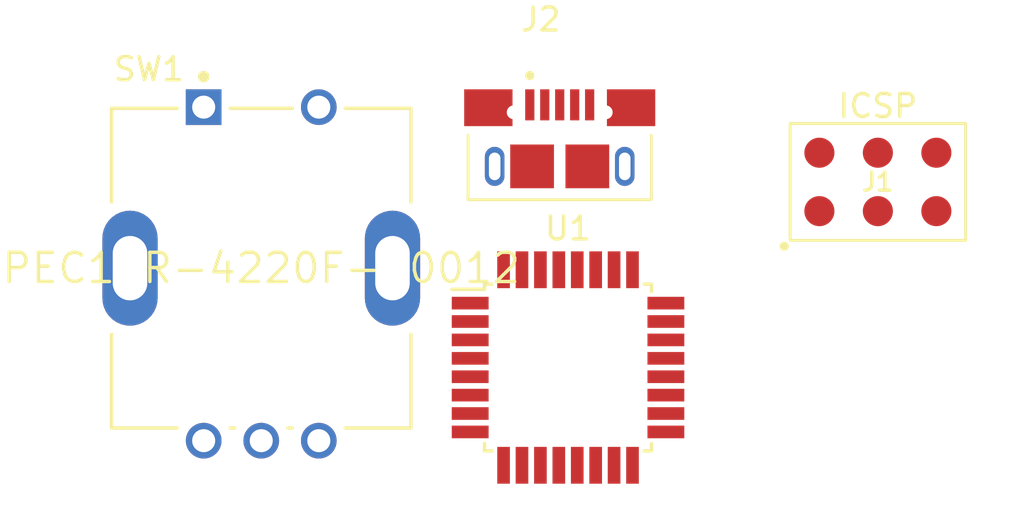
<source format=kicad_pcb>
(kicad_pcb (version 20171130) (host pcbnew "(5.1.10)-1")

  (general
    (thickness 1.6)
    (drawings 0)
    (tracks 0)
    (zones 0)
    (modules 4)
    (nets 47)
  )

  (page A4)
  (title_block
    (title "LightControl Console")
    (date 2021-08-10)
    (rev v00)
    (comment 4 "Author: GHOSCHT")
  )

  (layers
    (0 F.Cu signal)
    (31 B.Cu signal)
    (32 B.Adhes user)
    (33 F.Adhes user)
    (34 B.Paste user)
    (35 F.Paste user)
    (36 B.SilkS user)
    (37 F.SilkS user)
    (38 B.Mask user)
    (39 F.Mask user)
    (40 Dwgs.User user)
    (41 Cmts.User user)
    (42 Eco1.User user)
    (43 Eco2.User user)
    (44 Edge.Cuts user)
    (45 Margin user)
    (46 B.CrtYd user)
    (47 F.CrtYd user)
    (48 B.Fab user)
    (49 F.Fab user)
  )

  (setup
    (last_trace_width 0.25)
    (trace_clearance 0.2)
    (zone_clearance 0.508)
    (zone_45_only no)
    (trace_min 0.2)
    (via_size 0.8)
    (via_drill 0.4)
    (via_min_size 0.4)
    (via_min_drill 0.3)
    (uvia_size 0.3)
    (uvia_drill 0.1)
    (uvias_allowed no)
    (uvia_min_size 0.2)
    (uvia_min_drill 0.1)
    (edge_width 0.05)
    (segment_width 0.2)
    (pcb_text_width 0.3)
    (pcb_text_size 1.5 1.5)
    (mod_edge_width 0.12)
    (mod_text_size 1 1)
    (mod_text_width 0.15)
    (pad_size 1.524 1.524)
    (pad_drill 0.762)
    (pad_to_mask_clearance 0)
    (aux_axis_origin 0 0)
    (visible_elements 7FFFFFFF)
    (pcbplotparams
      (layerselection 0x010fc_ffffffff)
      (usegerberextensions false)
      (usegerberattributes true)
      (usegerberadvancedattributes true)
      (creategerberjobfile true)
      (excludeedgelayer true)
      (linewidth 0.100000)
      (plotframeref false)
      (viasonmask false)
      (mode 1)
      (useauxorigin false)
      (hpglpennumber 1)
      (hpglpenspeed 20)
      (hpglpendiameter 15.000000)
      (psnegative false)
      (psa4output false)
      (plotreference true)
      (plotvalue true)
      (plotinvisibletext false)
      (padsonsilk false)
      (subtractmaskfromsilk false)
      (outputformat 1)
      (mirror false)
      (drillshape 1)
      (scaleselection 1)
      (outputdirectory ""))
  )

  (net 0 "")
  (net 1 "Net-(J1-Pad1)")
  (net 2 "Net-(J1-Pad2)")
  (net 3 "Net-(J1-Pad3)")
  (net 4 "Net-(J1-Pad4)")
  (net 5 "Net-(J1-Pad5)")
  (net 6 "Net-(J1-Pad6)")
  (net 7 "Net-(SW1-PadS1)")
  (net 8 "Net-(SW1-PadS2)")
  (net 9 "Net-(SW1-PadA)")
  (net 10 "Net-(SW1-PadC)")
  (net 11 "Net-(SW1-PadB)")
  (net 12 "Net-(U1-Pad1)")
  (net 13 "Net-(U1-Pad2)")
  (net 14 "Net-(U1-Pad21)")
  (net 15 "Net-(U1-Pad4)")
  (net 16 "Net-(U1-Pad7)")
  (net 17 "Net-(U1-Pad8)")
  (net 18 "Net-(U1-Pad9)")
  (net 19 "Net-(U1-Pad10)")
  (net 20 "Net-(U1-Pad11)")
  (net 21 "Net-(U1-Pad12)")
  (net 22 "Net-(U1-Pad13)")
  (net 23 "Net-(U1-Pad14)")
  (net 24 "Net-(U1-Pad15)")
  (net 25 "Net-(U1-Pad16)")
  (net 26 "Net-(U1-Pad17)")
  (net 27 "Net-(U1-Pad18)")
  (net 28 "Net-(U1-Pad19)")
  (net 29 "Net-(U1-Pad20)")
  (net 30 "Net-(U1-Pad22)")
  (net 31 "Net-(U1-Pad23)")
  (net 32 "Net-(U1-Pad24)")
  (net 33 "Net-(U1-Pad25)")
  (net 34 "Net-(U1-Pad26)")
  (net 35 "Net-(U1-Pad27)")
  (net 36 "Net-(U1-Pad28)")
  (net 37 "Net-(U1-Pad29)")
  (net 38 "Net-(U1-Pad30)")
  (net 39 "Net-(U1-Pad31)")
  (net 40 "Net-(U1-Pad32)")
  (net 41 "Net-(J2-Pad1)")
  (net 42 "Net-(J2-Pad2)")
  (net 43 "Net-(J2-Pad3)")
  (net 44 "Net-(J2-Pad4)")
  (net 45 "Net-(J2-Pad5)")
  (net 46 "Net-(J2-Pad6)")

  (net_class Default "This is the default net class."
    (clearance 0.2)
    (trace_width 0.25)
    (via_dia 0.8)
    (via_drill 0.4)
    (uvia_dia 0.3)
    (uvia_drill 0.1)
    (add_net "Net-(J1-Pad1)")
    (add_net "Net-(J1-Pad2)")
    (add_net "Net-(J1-Pad3)")
    (add_net "Net-(J1-Pad4)")
    (add_net "Net-(J1-Pad5)")
    (add_net "Net-(J1-Pad6)")
    (add_net "Net-(J2-Pad1)")
    (add_net "Net-(J2-Pad2)")
    (add_net "Net-(J2-Pad3)")
    (add_net "Net-(J2-Pad4)")
    (add_net "Net-(J2-Pad5)")
    (add_net "Net-(J2-Pad6)")
    (add_net "Net-(SW1-PadA)")
    (add_net "Net-(SW1-PadB)")
    (add_net "Net-(SW1-PadC)")
    (add_net "Net-(SW1-PadS1)")
    (add_net "Net-(SW1-PadS2)")
    (add_net "Net-(U1-Pad1)")
    (add_net "Net-(U1-Pad10)")
    (add_net "Net-(U1-Pad11)")
    (add_net "Net-(U1-Pad12)")
    (add_net "Net-(U1-Pad13)")
    (add_net "Net-(U1-Pad14)")
    (add_net "Net-(U1-Pad15)")
    (add_net "Net-(U1-Pad16)")
    (add_net "Net-(U1-Pad17)")
    (add_net "Net-(U1-Pad18)")
    (add_net "Net-(U1-Pad19)")
    (add_net "Net-(U1-Pad2)")
    (add_net "Net-(U1-Pad20)")
    (add_net "Net-(U1-Pad21)")
    (add_net "Net-(U1-Pad22)")
    (add_net "Net-(U1-Pad23)")
    (add_net "Net-(U1-Pad24)")
    (add_net "Net-(U1-Pad25)")
    (add_net "Net-(U1-Pad26)")
    (add_net "Net-(U1-Pad27)")
    (add_net "Net-(U1-Pad28)")
    (add_net "Net-(U1-Pad29)")
    (add_net "Net-(U1-Pad30)")
    (add_net "Net-(U1-Pad31)")
    (add_net "Net-(U1-Pad32)")
    (add_net "Net-(U1-Pad4)")
    (add_net "Net-(U1-Pad7)")
    (add_net "Net-(U1-Pad8)")
    (add_net "Net-(U1-Pad9)")
  )

  (module XKB-U254-051T-4BH83-F1S:XKB_U254-051T-4BH83-F1S (layer F.Cu) (tedit 611255A8) (tstamp 6112C961)
    (at 125.627501 68.666001)
    (path /611277F0)
    (fp_text reference J2 (at -0.825 -6.385) (layer F.SilkS)
      (effects (font (size 1 1) (thickness 0.15)))
    )
    (fp_text value U254-051T-4BH83-F1S (at 10.605 -4.885) (layer F.Fab)
      (effects (font (size 1 1) (thickness 0.15)))
    )
    (fp_circle (center -1.3 -3.95) (end -1.2 -3.95) (layer F.Fab) (width 0.2))
    (fp_line (start -3.98 -2.85) (end 3.98 -2.85) (layer F.Fab) (width 0.127))
    (fp_line (start 3.98 2.15) (end 3.98 -2.85) (layer F.Fab) (width 0.127))
    (fp_line (start -3.98 2.15) (end 3.98 2.15) (layer F.Fab) (width 0.127))
    (fp_line (start -3.98 2.15) (end -3.98 -2.85) (layer F.Fab) (width 0.127))
    (fp_line (start -4.4 -3.6) (end 4.4 -3.6) (layer F.CrtYd) (width 0.05))
    (fp_line (start -4.4 2.4) (end 4.4 2.4) (layer F.CrtYd) (width 0.05))
    (fp_line (start 4.4 2.4) (end 4.4 -3.6) (layer F.CrtYd) (width 0.05))
    (fp_line (start -4.4 2.4) (end -4.4 -3.6) (layer F.CrtYd) (width 0.05))
    (fp_line (start -3.98 -1.35) (end -3.98 1.45) (layer F.SilkS) (width 0.127))
    (fp_line (start 3.98 -1.35) (end 3.98 1.45) (layer F.SilkS) (width 0.127))
    (fp_line (start -3.9 1.45) (end 3.9 1.45) (layer F.SilkS) (width 0.127))
    (fp_line (start -4.9 1.45) (end 6.2 1.45) (layer F.Fab) (width 0.127))
    (fp_circle (center -1.3 -3.95) (end -1.2 -3.95) (layer F.SilkS) (width 0.2))
    (fp_text user PCB-EDGE (at 4.6 1.35) (layer F.Fab)
      (effects (font (size 0.590551 0.590551) (thickness 0.15)))
    )
    (pad 1 smd rect (at -1.3 -2.675) (size 0.4 1.35) (layers F.Cu F.Paste F.Mask)
      (net 41 "Net-(J2-Pad1)"))
    (pad 2 smd rect (at -0.65 -2.675) (size 0.4 1.35) (layers F.Cu F.Paste F.Mask)
      (net 42 "Net-(J2-Pad2)"))
    (pad 3 smd rect (at 0 -2.675) (size 0.4 1.35) (layers F.Cu F.Paste F.Mask)
      (net 43 "Net-(J2-Pad3)"))
    (pad 4 smd rect (at 0.65 -2.675) (size 0.4 1.35) (layers F.Cu F.Paste F.Mask)
      (net 44 "Net-(J2-Pad4)"))
    (pad 5 smd rect (at 1.3 -2.675) (size 0.4 1.35) (layers F.Cu F.Paste F.Mask)
      (net 45 "Net-(J2-Pad5)"))
    (pad S3 smd rect (at -1.2 0) (size 1.9 1.9) (layers F.Cu F.Paste F.Mask))
    (pad S4 smd rect (at 1.2 0) (size 1.9 1.9) (layers F.Cu F.Paste F.Mask))
    (pad S1 smd rect (at -3.1 -2.55) (size 2.1 1.6) (layers F.Cu F.Paste F.Mask))
    (pad S2 smd rect (at 3.1 -2.55) (size 2.1 1.6) (layers F.Cu F.Paste F.Mask))
    (pad 5 thru_hole oval (at -2.825 0) (size 0.85 1.7) (drill oval 0.5 1.2) (layers *.Cu *.Mask)
      (net 45 "Net-(J2-Pad5)"))
    (pad 6 thru_hole oval (at 2.825 0) (size 0.85 1.7) (drill oval 0.5 1.2) (layers *.Cu *.Mask)
      (net 46 "Net-(J2-Pad6)"))
    (pad None np_thru_hole circle (at -2 -2.35) (size 0.6 0.6) (drill 0.6) (layers *.Cu *.Mask))
    (pad None np_thru_hole circle (at 2 -2.35) (size 0.6 0.6) (drill 0.6) (layers *.Cu *.Mask))
    (model ${KIPRJMOD}/Libraries/XKB-U254-051T-4BH83-F1S.models/U254-051T-4BH83-F1S.step
      (offset (xyz 0 -2.15 0))
      (scale (xyz 1 1 1))
      (rotate (xyz -90 0 0))
    )
  )

  (module Bourns-PEC11R-4220F-S0012:Bourns-PEC11R-4220F-S0012-MFG (layer F.Cu) (tedit 611258C1) (tstamp 6112C981)
    (at 112.664001 73.091001)
    (path /6112A1C1)
    (fp_text reference SW1 (at -6.5 -8.65) (layer F.SilkS)
      (effects (font (size 1 1) (thickness 0.15)) (justify left))
    )
    (fp_text value PEC11R-4220F-S0012 (at 0 0) (layer F.SilkS)
      (effects (font (size 1.27 1.27) (thickness 0.15)))
    )
    (fp_line (start -6.5 6.95) (end -6.5 -6.95) (layer F.Fab) (width 0.15))
    (fp_line (start -6.5 -6.95) (end 6.5 -6.95) (layer F.Fab) (width 0.15))
    (fp_line (start 6.5 -6.95) (end 6.5 6.95) (layer F.Fab) (width 0.15))
    (fp_line (start 6.5 6.95) (end -6.5 6.95) (layer F.Fab) (width 0.15))
    (fp_line (start 6.925 -7.8) (end 6.925 -7.8) (layer F.CrtYd) (width 0.15))
    (fp_line (start 6.925 -7.8) (end -6.925 -7.8) (layer F.CrtYd) (width 0.15))
    (fp_line (start -6.925 -7.8) (end -6.925 8.3) (layer F.CrtYd) (width 0.15))
    (fp_line (start -6.925 8.3) (end 6.925 8.3) (layer F.CrtYd) (width 0.15))
    (fp_line (start 6.925 8.3) (end 6.925 -7.8) (layer F.CrtYd) (width 0.15))
    (fp_line (start -6.5 -6.95) (end -3.65 -6.95) (layer F.SilkS) (width 0.15))
    (fp_line (start -1.35 -6.95) (end 1.35 -6.95) (layer F.SilkS) (width 0.15))
    (fp_line (start 3.65 -6.95) (end 6.5 -6.95) (layer F.SilkS) (width 0.15))
    (fp_line (start 6.5 6.95) (end 6.5 2.875) (layer F.SilkS) (width 0.15))
    (fp_line (start 6.5 -2.875) (end 6.5 -6.95) (layer F.SilkS) (width 0.15))
    (fp_line (start -6.5 6.95) (end -3.65 6.95) (layer F.SilkS) (width 0.15))
    (fp_line (start -1.35 6.95) (end -1.15 6.95) (layer F.SilkS) (width 0.15))
    (fp_line (start 1.15 6.95) (end 1.35 6.95) (layer F.SilkS) (width 0.15))
    (fp_line (start 3.65 6.95) (end 6.5 6.95) (layer F.SilkS) (width 0.15))
    (fp_line (start -6.5 6.95) (end -6.5 2.875) (layer F.SilkS) (width 0.15))
    (fp_line (start -6.5 -2.875) (end -6.5 -6.95) (layer F.SilkS) (width 0.15))
    (fp_circle (center -2.5 -8.325) (end -2.375 -8.325) (layer F.SilkS) (width 0.25))
    (pad S1 thru_hole rect (at -2.5 -7) (size 1.55 1.55) (drill 1) (layers *.Cu *.Mask)
      (net 7 "Net-(SW1-PadS1)"))
    (pad S2 thru_hole circle (at 2.5 -7) (size 1.55 1.55) (drill 1) (layers *.Cu *.Mask)
      (net 8 "Net-(SW1-PadS2)"))
    (pad A thru_hole circle (at -2.5 7.5) (size 1.55 1.55) (drill 1) (layers *.Cu *.Mask)
      (net 9 "Net-(SW1-PadA)"))
    (pad C thru_hole circle (at 0 7.5) (size 1.55 1.55) (drill 1) (layers *.Cu *.Mask)
      (net 10 "Net-(SW1-PadC)"))
    (pad B thru_hole circle (at 2.5 7.5) (size 1.55 1.55) (drill 1) (layers *.Cu *.Mask)
      (net 11 "Net-(SW1-PadB)"))
    (pad 3 thru_hole roundrect (at -5.7 0) (size 2.4 5) (drill oval 1.5 2.8) (layers *.Cu *.Mask) (roundrect_rratio 0.5))
    (pad 4 thru_hole roundrect (at 5.7 0) (size 2.4 5) (drill oval 1.5 2.8) (layers *.Cu *.Mask) (roundrect_rratio 0.5))
    (model ${KIPRJMOD}/Libraries/Bourns-PEC11R-4220F-S0012.models/Bourns_-_PEC11R-4220F-S0012.step
      (at (xyz 0 0 0))
      (scale (xyz 1 1 1))
      (rotate (xyz 0 0 0))
    )
  )

  (module Package_QFP:TQFP-32_7x7mm_P0.8mm (layer F.Cu) (tedit 5A02F146) (tstamp 6112C9B8)
    (at 125.989001 77.411001)
    (descr "32-Lead Plastic Thin Quad Flatpack (PT) - 7x7x1.0 mm Body, 2.00 mm [TQFP] (see Microchip Packaging Specification 00000049BS.pdf)")
    (tags "QFP 0.8")
    (path /61124B57)
    (attr smd)
    (fp_text reference U1 (at 0 -6.05) (layer F.SilkS)
      (effects (font (size 1 1) (thickness 0.15)))
    )
    (fp_text value ATmega328P-AU (at 0 6.05) (layer F.Fab)
      (effects (font (size 1 1) (thickness 0.15)))
    )
    (fp_line (start -3.625 -3.4) (end -5.05 -3.4) (layer F.SilkS) (width 0.15))
    (fp_line (start 3.625 -3.625) (end 3.3 -3.625) (layer F.SilkS) (width 0.15))
    (fp_line (start 3.625 3.625) (end 3.3 3.625) (layer F.SilkS) (width 0.15))
    (fp_line (start -3.625 3.625) (end -3.3 3.625) (layer F.SilkS) (width 0.15))
    (fp_line (start -3.625 -3.625) (end -3.3 -3.625) (layer F.SilkS) (width 0.15))
    (fp_line (start -3.625 3.625) (end -3.625 3.3) (layer F.SilkS) (width 0.15))
    (fp_line (start 3.625 3.625) (end 3.625 3.3) (layer F.SilkS) (width 0.15))
    (fp_line (start 3.625 -3.625) (end 3.625 -3.3) (layer F.SilkS) (width 0.15))
    (fp_line (start -3.625 -3.625) (end -3.625 -3.4) (layer F.SilkS) (width 0.15))
    (fp_line (start -5.3 5.3) (end 5.3 5.3) (layer F.CrtYd) (width 0.05))
    (fp_line (start -5.3 -5.3) (end 5.3 -5.3) (layer F.CrtYd) (width 0.05))
    (fp_line (start 5.3 -5.3) (end 5.3 5.3) (layer F.CrtYd) (width 0.05))
    (fp_line (start -5.3 -5.3) (end -5.3 5.3) (layer F.CrtYd) (width 0.05))
    (fp_line (start -3.5 -2.5) (end -2.5 -3.5) (layer F.Fab) (width 0.15))
    (fp_line (start -3.5 3.5) (end -3.5 -2.5) (layer F.Fab) (width 0.15))
    (fp_line (start 3.5 3.5) (end -3.5 3.5) (layer F.Fab) (width 0.15))
    (fp_line (start 3.5 -3.5) (end 3.5 3.5) (layer F.Fab) (width 0.15))
    (fp_line (start -2.5 -3.5) (end 3.5 -3.5) (layer F.Fab) (width 0.15))
    (fp_text user %R (at 0 0) (layer F.Fab)
      (effects (font (size 1 1) (thickness 0.15)))
    )
    (pad 1 smd rect (at -4.25 -2.8) (size 1.6 0.55) (layers F.Cu F.Paste F.Mask)
      (net 12 "Net-(U1-Pad1)"))
    (pad 2 smd rect (at -4.25 -2) (size 1.6 0.55) (layers F.Cu F.Paste F.Mask)
      (net 13 "Net-(U1-Pad2)"))
    (pad 3 smd rect (at -4.25 -1.2) (size 1.6 0.55) (layers F.Cu F.Paste F.Mask)
      (net 14 "Net-(U1-Pad21)"))
    (pad 4 smd rect (at -4.25 -0.4) (size 1.6 0.55) (layers F.Cu F.Paste F.Mask)
      (net 15 "Net-(U1-Pad4)"))
    (pad 5 smd rect (at -4.25 0.4) (size 1.6 0.55) (layers F.Cu F.Paste F.Mask)
      (net 14 "Net-(U1-Pad21)"))
    (pad 6 smd rect (at -4.25 1.2) (size 1.6 0.55) (layers F.Cu F.Paste F.Mask)
      (net 15 "Net-(U1-Pad4)"))
    (pad 7 smd rect (at -4.25 2) (size 1.6 0.55) (layers F.Cu F.Paste F.Mask)
      (net 16 "Net-(U1-Pad7)"))
    (pad 8 smd rect (at -4.25 2.8) (size 1.6 0.55) (layers F.Cu F.Paste F.Mask)
      (net 17 "Net-(U1-Pad8)"))
    (pad 9 smd rect (at -2.8 4.25 90) (size 1.6 0.55) (layers F.Cu F.Paste F.Mask)
      (net 18 "Net-(U1-Pad9)"))
    (pad 10 smd rect (at -2 4.25 90) (size 1.6 0.55) (layers F.Cu F.Paste F.Mask)
      (net 19 "Net-(U1-Pad10)"))
    (pad 11 smd rect (at -1.2 4.25 90) (size 1.6 0.55) (layers F.Cu F.Paste F.Mask)
      (net 20 "Net-(U1-Pad11)"))
    (pad 12 smd rect (at -0.4 4.25 90) (size 1.6 0.55) (layers F.Cu F.Paste F.Mask)
      (net 21 "Net-(U1-Pad12)"))
    (pad 13 smd rect (at 0.4 4.25 90) (size 1.6 0.55) (layers F.Cu F.Paste F.Mask)
      (net 22 "Net-(U1-Pad13)"))
    (pad 14 smd rect (at 1.2 4.25 90) (size 1.6 0.55) (layers F.Cu F.Paste F.Mask)
      (net 23 "Net-(U1-Pad14)"))
    (pad 15 smd rect (at 2 4.25 90) (size 1.6 0.55) (layers F.Cu F.Paste F.Mask)
      (net 24 "Net-(U1-Pad15)"))
    (pad 16 smd rect (at 2.8 4.25 90) (size 1.6 0.55) (layers F.Cu F.Paste F.Mask)
      (net 25 "Net-(U1-Pad16)"))
    (pad 17 smd rect (at 4.25 2.8) (size 1.6 0.55) (layers F.Cu F.Paste F.Mask)
      (net 26 "Net-(U1-Pad17)"))
    (pad 18 smd rect (at 4.25 2) (size 1.6 0.55) (layers F.Cu F.Paste F.Mask)
      (net 27 "Net-(U1-Pad18)"))
    (pad 19 smd rect (at 4.25 1.2) (size 1.6 0.55) (layers F.Cu F.Paste F.Mask)
      (net 28 "Net-(U1-Pad19)"))
    (pad 20 smd rect (at 4.25 0.4) (size 1.6 0.55) (layers F.Cu F.Paste F.Mask)
      (net 29 "Net-(U1-Pad20)"))
    (pad 21 smd rect (at 4.25 -0.4) (size 1.6 0.55) (layers F.Cu F.Paste F.Mask)
      (net 14 "Net-(U1-Pad21)"))
    (pad 22 smd rect (at 4.25 -1.2) (size 1.6 0.55) (layers F.Cu F.Paste F.Mask)
      (net 30 "Net-(U1-Pad22)"))
    (pad 23 smd rect (at 4.25 -2) (size 1.6 0.55) (layers F.Cu F.Paste F.Mask)
      (net 31 "Net-(U1-Pad23)"))
    (pad 24 smd rect (at 4.25 -2.8) (size 1.6 0.55) (layers F.Cu F.Paste F.Mask)
      (net 32 "Net-(U1-Pad24)"))
    (pad 25 smd rect (at 2.8 -4.25 90) (size 1.6 0.55) (layers F.Cu F.Paste F.Mask)
      (net 33 "Net-(U1-Pad25)"))
    (pad 26 smd rect (at 2 -4.25 90) (size 1.6 0.55) (layers F.Cu F.Paste F.Mask)
      (net 34 "Net-(U1-Pad26)"))
    (pad 27 smd rect (at 1.2 -4.25 90) (size 1.6 0.55) (layers F.Cu F.Paste F.Mask)
      (net 35 "Net-(U1-Pad27)"))
    (pad 28 smd rect (at 0.4 -4.25 90) (size 1.6 0.55) (layers F.Cu F.Paste F.Mask)
      (net 36 "Net-(U1-Pad28)"))
    (pad 29 smd rect (at -0.4 -4.25 90) (size 1.6 0.55) (layers F.Cu F.Paste F.Mask)
      (net 37 "Net-(U1-Pad29)"))
    (pad 30 smd rect (at -1.2 -4.25 90) (size 1.6 0.55) (layers F.Cu F.Paste F.Mask)
      (net 38 "Net-(U1-Pad30)"))
    (pad 31 smd rect (at -2 -4.25 90) (size 1.6 0.55) (layers F.Cu F.Paste F.Mask)
      (net 39 "Net-(U1-Pad31)"))
    (pad 32 smd rect (at -2.8 -4.25 90) (size 1.6 0.55) (layers F.Cu F.Paste F.Mask)
      (net 40 "Net-(U1-Pad32)"))
    (model ${KISYS3DMOD}/Package_QFP.3dshapes/TQFP-32_7x7mm_P0.8mm.wrl
      (at (xyz 0 0 0))
      (scale (xyz 1 1 1))
      (rotate (xyz 0 0 0))
    )
  )

  (module AVR-ISP:AVR-ISP (layer F.Cu) (tedit 61126B73) (tstamp 6112DBCD)
    (at 139.446 69.342)
    (path /61134728)
    (fp_text reference J1 (at 0 0) (layer F.SilkS)
      (effects (font (size 0.787402 0.787402) (thickness 0.15)))
    )
    (fp_text value AVR-ISP-6 (at 0 0) (layer F.Fab)
      (effects (font (size 0.787402 0.787402) (thickness 0.15)))
    )
    (fp_circle (center -4.064 2.794) (end -3.964 2.794) (layer F.SilkS) (width 0.2))
    (fp_line (start -3.81 2.54) (end -3.81 -2.54) (layer F.SilkS) (width 0.127))
    (fp_line (start 3.81 2.54) (end -3.81 2.54) (layer F.SilkS) (width 0.127))
    (fp_line (start 3.81 -2.54) (end 3.81 2.54) (layer F.SilkS) (width 0.127))
    (fp_line (start -3.81 -2.54) (end 3.81 -2.54) (layer F.SilkS) (width 0.127))
    (fp_text user ICSP (at 0 -3.302) (layer F.SilkS)
      (effects (font (size 1 1) (thickness 0.15)))
    )
    (pad 4 smd circle (at 0 -1.27) (size 1.308 1.308) (layers F.Cu F.Paste F.Mask)
      (net 4 "Net-(J1-Pad4)"))
    (pad 3 smd circle (at 0 1.27) (size 1.308 1.308) (layers F.Cu F.Paste F.Mask)
      (net 3 "Net-(J1-Pad3)"))
    (pad 2 smd circle (at -2.54 -1.27) (size 1.308 1.308) (layers F.Cu F.Paste F.Mask)
      (net 2 "Net-(J1-Pad2)"))
    (pad 1 smd circle (at -2.54 1.27) (size 1.308 1.308) (layers F.Cu F.Paste F.Mask)
      (net 1 "Net-(J1-Pad1)"))
    (pad 5 smd circle (at 2.54 1.27) (size 1.308 1.308) (layers F.Cu F.Paste F.Mask)
      (net 5 "Net-(J1-Pad5)"))
    (pad 6 smd circle (at 2.54 -1.27) (size 1.308 1.308) (layers F.Cu F.Paste F.Mask)
      (net 6 "Net-(J1-Pad6)"))
  )

)

</source>
